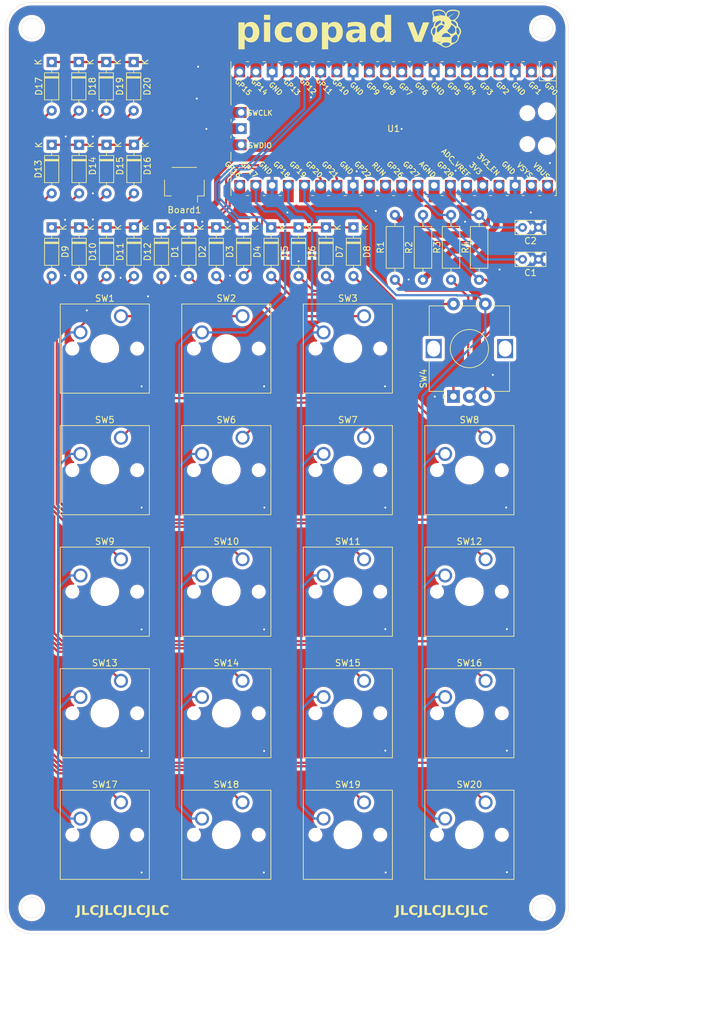
<source format=kicad_pcb>
(kicad_pcb (version 20221018) (generator pcbnew)
  (layers (0 "F.Cu" signal) (31 "B.Cu" signal) (34 "B.Paste" user) (35 "F.Paste" user) (36 "B.SilkS" user "B.Silkscreen") (37 "F.SilkS" user "F.Silkscreen") (38 "B.Mask" user) (39 "F.Mask" user) (44 "Edge.Cuts" user))
  (net 0 "")
  (net 1 "GND")
  (net 2 "+3.3V")
  (net 3 "E1")
  (net 4 "Net-(D1-A)")
  (net 5 "Net-(D2-A)")
  (net 6 "Net-(D3-A)")
  (net 7 "Net-(D4-A)")
  (net 8 "Net-(D5-A)")
  (net 9 "Net-(D6-A)")
  (net 10 "Net-(D7-A)")
  (net 11 "Net-(D8-A)")
  (net 12 "Net-(D9-A)")
  (net 13 "Net-(D10-A)")
  (net 14 "Net-(D11-A)")
  (net 15 "Net-(D12-A)")
  (net 16 "Net-(D13-A)")
  (net 17 "Net-(D14-A)")
  (net 18 "Net-(D15-A)")
  (net 19 "Net-(D16-A)")
  (net 20 "Net-(D17-A)")
  (net 21 "Net-(D18-A)")
  (net 22 "Net-(D19-A)")
  (net 23 "Net-(D20-A)")
  (net 24 "Net-(R1-Pad1)")
  (net 25 "GPIO4")
  (net 26 "GPIO5")
  (net 27 "GPIO6")
  (net 28 "GPIO9")
  (net 29 "GPIO8")
  (net 30 "GPIO20")
  (net 31 "GPIO21")
  (net 32 "GPIO0")
  (net 33 "GPIO1")
  (net 34 "GPIO2")
  (net 35 "GPIO22")
  (net 36 "GPIO26")
  (net 37 "GPIO27")
  (net 38 "GPIO28")
  (net 39 "Col1")
  (net 40 "Col2")
  (net 41 "Col3")
  (net 42 "Col4")
  (net 43 "GPIO10")
  (net 44 "GPIO3")
  (net 45 "GPIO11")
  (net 46 "GPIO7")
  (net 47 "GPIO13")
  (net 48 "GPIO14")
  (net 49 "GPIO15")
  (net 50 "Net-(R2-Pad2)")
  (footprint "Button_Switch_Keyboard:SW_Cherry_MX_1.00u_PCB" (layer "F.Cu") (at 114.215 117.005)
    (fp_text reference "SW12")
    (fp_text value "CherryMX")
  )
  (footprint "Button_Switch_Keyboard:SW_Cherry_MX_1.00u_PCB" (layer "F.Cu") (at 76.115 155.105)
    (fp_text reference "SW18")
    (fp_text value "CherryMX")
  )
  (footprint "Button_Switch_Keyboard:SW_Cherry_MX_1.00u_PCB" (layer "F.Cu") (at 95.165 117.005)
    (fp_text reference "SW11")
    (fp_text value "CherryMX")
  )
  (footprint "Diode_THT:D_DO-35_SOD27_P7.62mm_Horizontal" (layer "F.Cu") (at 67.7 65 -90)
    (fp_text reference "D2")
    (fp_text value "1N4148")
  )
  (footprint "Diode_THT:D_DO-35_SOD27_P7.62mm_Horizontal" (layer "F.Cu") (at 76.3 65 -90)
    (fp_text reference "D4")
    (fp_text value "1N4148")
  )
  (footprint "Diode_THT:D_DO-35_SOD27_P7.62mm_Horizontal" (layer "F.Cu") (at 93.5 65 -90)
    (fp_text reference "D8")
    (fp_text value "1N4148")
  )
  (footprint "Resistor_THT:R_Axial_DIN0207_L6.3mm_D2.5mm_P10.16mm_Horizontal" (layer "F.Cu") (at 113.2 63.04 -90)
    (fp_text reference "R4")
    (fp_text value "10k")
  )
  (footprint "Button_Switch_Keyboard:SW_Cherry_MX_1.00u_PCB" (layer "F.Cu") (at 76.115 117.005)
    (fp_text reference "SW10")
    (fp_text value "CherryMX")
  )
  (footprint "MCU_RaspberryPi_and_Boards:RPi_Pico_SMD_TH" (layer "F.Cu") (at 99.8 49.51 -90)
    (fp_text reference "U1")
    (fp_text value "Pico")
  )
  (footprint "Diode_THT:D_DO-35_SOD27_P7.62mm_Horizontal" (layer "F.Cu") (at 89.2 65 -90)
    (fp_text reference "D7")
    (fp_text value "1N4148")
  )
  (footprint "Diode_THT:D_DO-35_SOD27_P7.62mm_Horizontal" (layer "F.Cu") (at 59.1 65 -90)
    (fp_text reference "D12")
    (fp_text value "1N4148")
  )
  (footprint "Button_Switch_Keyboard:SW_Cherry_MX_1.00u_PCB" (layer "F.Cu") (at 57.065 78.905)
    (fp_text reference "SW1")
    (fp_text value "CherryMX")
  )
  (footprint "Diode_THT:D_DO-35_SOD27_P7.62mm_Horizontal" (layer "F.Cu") (at 46.2 65 -90)
    (fp_text reference "D9")
    (fp_text value "1N4148")
  )
  (footprint "Resistor_THT:R_Axial_DIN0207_L6.3mm_D2.5mm_P10.16mm_Horizontal" (layer "F.Cu") (at 108.8 63.04 -90)
    (fp_text reference "R3")
    (fp_text value "10k")
  )
  (footprint "Diode_THT:D_DO-35_SOD27_P7.62mm_Horizontal" (layer "F.Cu") (at 59.05 39.07 -90)
    (fp_text reference "D20")
    (fp_text value "1N4148")
  )
  (footprint "Diode_THT:D_DO-35_SOD27_P7.62mm_Horizontal" (layer "F.Cu") (at 84.9 65 -90)
    (fp_text reference "D6")
    (fp_text value "1N4148")
  )
  (footprint "Resistor_THT:R_Axial_DIN0207_L6.3mm_D2.5mm_P10.16mm_Horizontal" (layer "F.Cu") (at 104.4 73.2 90)
    (fp_text reference "R2")
    (fp_text value "10k")
  )
  (footprint "Connector_JST:JST_SH_SM04B-SRSS-TB_1x04-1MP_P1.00mm_Horizontal" (layer "F.Cu") (at 67 58.275 180)
    (fp_text reference "Board1")
    (fp_text value "SSD1306")
  )
  (footprint "Diode_THT:D_DO-35_SOD27_P7.62mm_Horizontal" (layer "F.Cu") (at 54.75 39.07 -90)
    (fp_text reference "D19")
    (fp_text value "1N4148")
  )
  (footprint "Button_Switch_Keyboard:SW_Cherry_MX_1.00u_PCB" (layer "F.Cu") (at 114.215 155.105)
    (fp_text reference "SW20")
    (fp_text value "CherryMX")
  )
  (footprint "Button_Switch_Keyboard:SW_Cherry_MX_1.00u_PCB" (layer "F.Cu") (at 95.165 97.955)
    (fp_text reference "SW7")
    (fp_text value "CherryMX")
  )
  (footprint "Diode_THT:D_DO-35_SOD27_P7.62mm_Horizontal" (layer "F.Cu") (at 54.8 52.04 -90)
    (fp_text reference "D15")
    (fp_text value "1N4148")
  )
  (footprint "Button_Switch_Keyboard:SW_Cherry_MX_1.00u_PCB" (layer "F.Cu") (at 95.165 155.105)
    (fp_text reference "SW19")
    (fp_text value "CherryMX")
  )
  (footprint "Diode_THT:D_DO-35_SOD27_P7.62mm_Horizontal" (layer "F.Cu") (at 50.45 39.07 -90)
    (fp_text reference "D18")
    (fp_text value "1N4148")
  )
  (footprint "Button_Switch_Keyboard:SW_Cherry_MX_1.00u_PCB" (layer "F.Cu") (at 57.065 136.055)
    (fp_text reference "SW13")
    (fp_text value "CherryMX")
  )
  (footprint "Button_Switch_Keyboard:SW_Cherry_MX_1.00u_PCB" (layer "F.Cu") (at 57.065 97.955)
    (fp_text reference "SW5")
    (fp_text value "CherryMX")
  )
  (footprint "Capacitor_THT:C_Rect_L4.6mm_W2.0mm_P2.50mm_MKS02_FKP02" (layer "F.Cu") (at 120 65)
    (fp_text reference "C2")
    (fp_text value "0.01µF?")
  )
  (footprint "Diode_THT:D_DO-35_SOD27_P7.62mm_Horizontal" (layer "F.Cu") (at 72 65 -90)
    (fp_text reference "D3")
    (fp_text value "1N4148")
  )
  (footprint "Button_Switch_Keyboard:SW_Cherry_MX_1.00u_PCB" (layer "F.Cu") (at 57.065 155.105)
    (fp_text reference "SW17")
    (fp_text value "CherryMX")
  )
  (footprint "Diode_THT:D_DO-35_SOD27_P7.62mm_Horizontal" (layer "F.Cu") (at 59.1 52.04 -90)
    (fp_text reference "D16")
    (fp_text value "1N4148")
  )
  (footprint "Button_Switch_Keyboard:SW_Cherry_MX_1.00u_PCB" (layer "F.Cu") (at 76.115 97.955)
    (fp_text reference "SW6")
    (fp_text value "CherryMX")
  )
  (footprint "Button_Switch_Keyboard:SW_Cherry_MX_1.00u_PCB" (layer "F.Cu") (at 114.215 136.055)
    (fp_text reference "SW16")
    (fp_text value "CherryMX")
  )
  (footprint "Diode_THT:D_DO-35_SOD27_P7.62mm_Horizontal" (layer "F.Cu") (at 50.5 52.04 -90)
    (fp_text reference "D14")
    (fp_text value "1N4148")
  )
  (footprint "Rotary_Encoder:RotaryEncoder_Alps_EC12E-Switch_Vertical_H20mm" (layer "F.Cu") (at 109.175 91.49 90)
    (fp_text reference "SW4")
    (fp_text value "RotaryEncoder_Switch")
  )
  (footprint "Diode_THT:D_DO-35_SOD27_P7.62mm_Horizontal" (layer "F.Cu") (at 46.2 39.07 -90)
    (fp_text reference "D17")
    (fp_text value "1N4148")
  )
  (footprint "Button_Switch_Keyboard:SW_Cherry_MX_1.00u_PCB" (layer "F.Cu") (at 95.165 136.055)
    (fp_text reference "SW15")
    (fp_text value "CherryMX")
  )
  (footprint "Button_Switch_Keyboard:SW_Cherry_MX_1.00u_PCB" (layer "F.Cu") (at 76.115 78.905)
    (fp_text reference "SW2")
    (fp_text value "CherryMX")
  )
  (footprint "Button_Switch_Keyboard:SW_Cherry_MX_1.00u_PCB" (layer "F.Cu") (at 114.215 97.955)
    (fp_text reference "SW8")
    (fp_text value "CherryMX")
  )
  (footprint "Button_Switch_Keyboard:SW_Cherry_MX_1.00u_PCB" (layer "F.Cu") (at 76.115 136.055)
    (fp_text reference "SW14")
    (fp_text value "CherryMX")
  )
  (footprint "Diode_THT:D_DO-35_SOD27_P7.62mm_Horizontal" (layer "F.Cu") (at 46.2 52.04 -90)
    (fp_text reference "D13")
    (fp_text value "1N4148")
  )
  (footprint "Diode_THT:D_DO-35_SOD27_P7.62mm_Horizontal" (layer "F.Cu") (at 54.8 65 -90)
    (fp_text reference "D11")
    (fp_text value "1N4148")
  )
  (footprint "Diode_THT:D_DO-35_SOD27_P7.62mm_Horizontal" (layer "F.Cu") (at 50.5 65 -90)
    (fp_text reference "D10")
    (fp_text value "1N4148")
  )
  (footprint "Button_Switch_Keyboard:SW_Cherry_MX_1.00u_PCB" (layer "F.Cu") (at 95.165 78.905)
    (fp_text reference "SW3")
    (fp_text value "CherryMX")
  )
  (footprint "LOGO" (layer "F.Cu") (at 108 33.8)
    (fp_text reference "G***" hide)
    (fp_text value "LOGO" hide)
  )
  (footprint "Capacitor_THT:C_Rect_L4.6mm_W2.0mm_P2.50mm_MKS02_FKP02" (layer "F.Cu") (at 120 70)
    (fp_text reference "C1")
    (fp_text value "0.01µF?")
  )
  (footprint "Button_Switch_Keyboard:SW_Cherry_MX_1.00u_PCB" (layer "F.Cu") (at 57.065 117.005)
    (fp_text reference "SW9")
    (fp_text value "CherryMX")
  )
  (footprint "Resistor_THT:R_Axial_DIN0207_L6.3mm_D2.5mm_P10.16mm_Horizontal" (layer "F.Cu") (at 100 73.2 90)
    (fp_text reference "R1")
    (fp_text value "10k")
  )
  (footprint "Diode_THT:D_DO-35_SOD27_P7.62mm_Horizontal" (layer "F.Cu") (at 80.6 65 -90)
    (fp_text reference "D5")
    (fp_text value "1N4148")
  )
  (footprint "Diode_THT:D_DO-35_SOD27_P7.62mm_Horizontal" (layer "F.Cu") (at 63.4 65 -90)
    (fp_text reference "D1")
    (fp_text value "1N4148")
  )
  (gr_arc (start 39 33.785) (mid 40.19354 30.90354) (end 43.075 29.71) (stroke (width 0.05)) (layer "Edge.Cuts"))
  (gr_circle (center 123.125 33.785) (end 124.725 33.785) (stroke (width 0.05)) (fill none) (layer "Edge.Cuts"))
  (gr_line (start 43.075 175.71) (end 123.125 175.71) (stroke (width 0.05)) (layer "Edge.Cuts"))
  (gr_line (start 39 171.635) (end 39 33.785) (stroke (width 0.05)) (layer "Edge.Cuts"))
  (gr_line (start 127.2 35.71) (end 127.2 33.785) (stroke (width 0.05)) (layer "Edge.Cuts"))
  (gr_circle (center 123.125 171.635) (end 124.725 171.635) (stroke (width 0.05)) (fill none) (layer "Edge.Cuts"))
  (gr_arc (start 127.2 171.635) (mid 126.00646 174.51646) (end 123.125 175.71) (stroke (width 0.05)) (layer "Edge.Cuts"))
  (gr_circle (center 43.075 33.785) (end 44.675 33.785) (stroke (width 0.05)) (fill none) (layer "Edge.Cuts"))
  (gr_arc (start 123.125 29.71) (mid 126.00646 30.90354) (end 127.2 33.785) (stroke (width 0.05)) (layer "Edge.Cuts"))
  (gr_line (start 127.2 171.635) (end 127.2 35.71) (stroke (width 0.05)) (layer "Edge.Cuts"))
  (gr_circle (center 43.075 171.635) (end 44.675 171.635) (stroke (width 0.05)) (fill none) (layer "Edge.Cuts"))
  (gr_line (start 43.075 29.71) (end 123.125 29.71) (stroke (width 0.05)) (layer "Edge.Cuts"))
  (gr_arc (start 43.075 175.71) (mid 40.19354 174.51646) (end 39 171.635) (stroke (width 0.05)) (layer "Edge.Cuts"))
  (gr_text "JLCJLCJLCJLC" (at 50 173) (layer "F.SilkS") (effects (font (size 1.5 1.5) (thickness 0.3) bold) (justify left bottom)))
  (gr_text "JLCJLCJLCJLC" (at 100 173) (layer "F.SilkS") (effects (font (size 1.5 1.5) (thickness 0.3) bold) (justify left bottom)))
  (gr_text "picopad v2" (at 75 36.6) (layer "F.SilkS") (effects (font (size 4 4) (thickness 0.2) bold) (justify left bottom)))
  (via (at 117.55 147) (size 0.6) (drill 0.3) (layers "F.Cu" "B.Cu") (net 1))
  (via (at 48.3 63.8) (size 0.6) (drill 0.3) (layers "F.Cu" "B.Cu") (net 1))
  (via (at 52.65 63.75) (size 0.6) (drill 0.3) (layers "F.Cu" "B.Cu") (net 1))
  (via (at 124.3 54.9) (size 0.6) (drill 0.3) (layers "F.Cu" "B.Cu") (net 1))
  (via (at 60.3 166.1) (size 0.6) (drill 0.3) (layers "F.Cu" "B.Cu") (net 1))
  (via (at 117.45 108.9) (size 0.6) (drill 0.3) (layers "F.Cu" "B.Cu") (net 1))
  (via (at 116.4 71.6) (size 0.6) (drill 0.3) (layers "F.Cu" "B.Cu") (net 1))
  (via (at 79.45 166.1) (size 0.6) (drill 0.3) (layers "F.Cu" "B.Cu") (net 1))
  (via (at 83.15 62.65) (size 0.6) (drill 0.3) (layers "F.Cu" "B.Cu") (net 1))
  (via (at 48.4 50.75) (size 0.6) (drill 0.3) (layers "F.Cu" "B.Cu") (net 1))
  (via (at 65.6 72.6) (size 0.6) (drill 0.3) (layers "F.Cu" "B.Cu") (net 1))
  (via (at 106.25 91.5) (size 0.6) (drill 0.3) (layers "F.Cu" "B.Cu") (net 1))
  (via (at 52.65 59.65) (size 0.6) (drill 0.3) (layers "F.Cu" "B.Cu") (net 1))
  (via (at 97 62.4) (size 0.6) (drill 0.3) (layers "F.Cu" "B.Cu") (net 1))
  (via (at 57 72.9) (size 0.6) (drill 0.3) (layers "F.Cu" "B.Cu") (net 1))
  (via (at 74.15 72.55) (size 0.6) (drill 0.3) (layers "F.Cu" "B.Cu") (net 1))
  (via (at 98.55 166.1) (size 0.6) (drill 0.3) (layers "F.Cu" "B.Cu") (net 1))
  (via (at 70.45 49.55) (size 0.6) (drill 0.3) (layers "F.Cu" "B.Cu") (net 1))
  (via (at 111 64.1) (size 0.6) (drill 0.3) (layers "F.Cu" "B.Cu") (net 1))
  (via (at 98.5 127.95) (size 0.6) (drill 0.3) (layers "F.Cu" "B.Cu") (net 1))
  (via (at 79.55 108.9) (size 0.6) (drill 0.3) (layers "F.Cu" "B.Cu") (net 1))
  (via (at 52.65 50.75) (size 0.6) (drill 0.3) (layers "F.Cu" "B.Cu") (net 1))
  (via (at 79.5 147.05) (size 0.6) (drill 0.3) (layers "F.Cu" "B.Cu") (net 1))
  (via (at 84.9 70.3) (size 0.6) (drill 0.3) (layers "F.Cu" "B.Cu") (net 1))
  (via (at 79.5 128) (size 0.6) (drill 0.3) (layers "F.Cu" "B.Cu") (net 1))
  (via (at 68.95 44.8) (size 0.6) (drill 0.3) (layers "F.Cu" "B.Cu") (net 1))
  (via (at 117.55 127.95) (size 0.6) (drill 0.3) (layers "F.Cu" "B.Cu") (net 1))
  (via (at 94 56.2) (size 0.6) (drill 0.3) (layers "F.Cu" "B.Cu") (net 1))
  (via (at 121.3 62.65) (size 0.6) (drill 0.3) (layers "F.Cu" "B.Cu") (net 1))
  (via (at 102.15 73.15) (size 0.6) (drill 0.3) (layers "F.Cu" "B.Cu") (net 1))
  (via (at 98.45 89.9) (size 0.6) (drill 0.3) (layers "F.Cu" "B.Cu") (net 1))
  (via (at 61.3 75.8) (size 0.6) (drill 0.3) (layers "F.Cu" "B.Cu") (net 1))
  (via (at 86.85 44.6) (size 0.6) (drill 0.3) (layers "F.Cu" "B.Cu") (net 1))
  (via (at 60.3 89.9) (size 0.6) (drill 0.3) (layers "F.Cu" "B.Cu") (net 1))
  (via (at 69.8 64.1) (size 0.6) (drill 0.3) (layers "F.Cu" "B.Cu") (net 1))
  (via (at 60.3 128) (size 0.6) (drill 0.3) (layers "F.Cu" "B.Cu") (net 1))
  (via (at 60.3 108.9) (size 0.6) (drill 0.3) (layers "F.Cu" "B.Cu") (net 1))
  (via (at 101.05 49.55) (size 0.6) (drill 0.3) (layers "F.Cu" "B.Cu") (net 1))
  (via (at 109.5 56.1) (size 0.6) (drill 0.3) (layers "F.Cu" "B.Cu") (net 1))
  (via (at 51.7 78) (size 0.6) (drill 0.3) (layers "F.Cu" "B.Cu") (net 1))
  (via (at 117.55 166.05) (size 0.6) (drill 0.3) (layers "F.Cu" "B.Cu") (net 1))
  (via (at 69.15 39.8) (size 0.6) (drill 0.3) (layers "F.Cu" "B.Cu") (net 1))
  (via (at 48.3 72.5) (size 0.6) (drill 0.3) (layers "F.Cu" "B.Cu") (net 1))
  (via (at 79.5 89.9) (size 0.6) (drill 0.3) (layers "F.Cu" "B.Cu") (net 1))
  (via (at 115.35 88.1) (size 0.6) (drill 0.3) (layers "F.Cu" "B.Cu") (net 1))
  (via (at 60.3 147.05) (size 0.6) (drill 0.3) (layers "F.Cu" "B.Cu") (net 1))
  (via (at 98.5 147) (size 0.6) (drill 0.3) (layers "F.Cu" "B.Cu") (net 1))
  (via (at 98.5 108.9) (size 0.6) (drill 0.3) (layers "F.Cu" "B.Cu") (net 1))
  (via (at 73.8 64.15) (size 0.6) (drill 0.3) (layers "F.Cu" "B.Cu") (net 1))
  (via (at 52.6 46.7) (size 0.6) (drill 0.3) (layers "F.Cu" "B.Cu") (net 1))
  (segment (start 72.15 56.55) (end 74.55 54.15) (width 1) (layer "F.Cu") (net 2))
  (segment (start 115.9 62.7) (end 115.9 64.8) (width 1) (layer "F.Cu") (net 2))
  (segment (start 115.9 64.8) (end 114.6 66.1) (width 1) (layer "F.Cu") (net 2))
  (segment (start 113.77 60.57) (end 115.9 62.7) (width 1) (layer "F.Cu") (net 2))
  (segment (start 109 68.6) (end 112.1 68.6) (width 1) (layer "F.Cu") (net 2))
  (segment (start 71.225 61.875) (end 72.15 60.95) (width 1) (layer "F.Cu") (net 2))
  (segment (start 67.6 61.85) (end 67.625 61.875) (width 1) (layer "F.Cu") (net 2))
  (segment (start 72.15 60.95) (end 72.15 56.55) (width 1) (layer "F.Cu") (net 2))
  (segment (start 110.08 54.15) (end 113.77 57.84) (width 1) (layer "F.Cu") (net 2))
  (segment (start 112.1 68.6) (end 114.6 66.1) (width 1) (layer "F.Cu") (net 2))
  (segment (start 113.77 57.84) (end 113.77 58.4) (width 1) (layer "F.Cu") (net 2))
  (segment (start 113.77 58.4) (end 113.77 60.57) (width 1) (layer "F.Cu") (net 2))
  (segment (start 114.6 66.1) (end 103.06 66.1) (width 1) (layer "F.Cu") (net 2))
  (segment (start 67.5 61.75) (end 67.6 61.85) (width 0.6) (layer "F.Cu") (net 2))
  (segment (start 104.4 73.2) (end 109 68.6) (width 1) (layer "F.Cu") (net 2))
  (segment (start 67.5 60.275) (end 67.5 61.75) (width 0.6) (layer "F.Cu") (net 2))
  (segment (start 103.06 66.1) (end 100 63.04) (width 1) (layer "F.Cu") (net 2))
  (segment (start 67.625 61.875) (end 71.225 61.875) (width 1) (layer "F.Cu") (net 2))
  (segment (start 74.55 54.15) (end 110.08 54.15) (width 1) (layer "F.Cu") (net 2))
  (segment (start 63.4 65) (end 76.3 65) (width 0.35) (layer "F.Cu") (net 3))
  (segment (start 76.85 55.35) (end 85.83 46.37) (width 0.35) (layer "B.Cu") (net 3))
  (segment (start 76.3 65) (end 71.9 60.599999) (width 0.35) (layer "B.Cu") (net 3))
  (segment (start 71.9 58) (end 74.550001 55.35) (width 0.35) (layer "B.Cu") (net 3))
  (segment (start 71.9 60.599999) (end 71.9 58) (width 0.35) (layer "B.Cu") (net 3))
  (segment (start 85.83 46.37) (end 85.83 40.62) (width 0.35) (layer "B.Cu") (net 3))
  (segment (start 74.550001 55.35) (end 76.85 55.35) (width 0.35) (layer "B.Cu") (net 3))
  (segment (start 57.065 78.905) (end 60.595 78.905) (width 0.35) (layer "F.Cu") (net 4))
  (segment (start 60.595 78.905) (end 63.4 76.1) (width 0.35) (layer "F.Cu") (net 4))
  (segment (start 63.4 76.1) (end 63.4 72.62) (width 0.35) (layer "F.Cu") (net 4))
  (segment (start 67.7 72.62) (end 73.985 78.905) (width 0.35) (layer "F.Cu") (net 5))
  (segment (start 73.985 78.905) (end 76.115 78.905) (width 0.35) (layer "F.Cu") (net 5))
  (segment (start 77.9 75.7) (end 81.105 78.905) (width 0.35) (layer "F.Cu") (net 6))
  (segment (start 72 72.62) (end 75.08 75.7) (width 0.35) (layer "F.Cu") (net 6))
  (segment (start 81.105 78.905) (end 95.165 78.905) (width 0.35) (layer "F.Cu") (net 6))
  (segment (start 75.08 75.7) (end 77.9 75.7) (width 0.35) (layer "F.Cu") (net 6))
  (segment (start 93.1 69.4) (end 100.69 76.99) (width 0.35) (layer "F.Cu") (net 7))
  (segment (start 100.69 76.99) (end 109.175 76.99) (width 0.35) (layer "F.Cu") (net 7))
  (segment (start 79.52 69.4) (end 93.1 69.4) (width 0.35) (layer "F.Cu") (net 7))
  (segment (start 76.3 72.62) (end 79.52 69.4) (width 0.35) (layer "F.Cu") (net 7))
  (segment (start 83.48 75.5) (end 80.6 72.62) (width 0.35) (layer "F.Cu") (net 8))
  (segment (start 96.066546 75.5) (end 83.48 75.5) (width 0.35) (layer "F.Cu") (net 8))
  (segment (start 98.55 91.75) (end 99.9 90.4) (width 0.35) (layer "F.Cu") (net 8))
  (segment (start 99.9 79.333454) (end 96.066546 75.5) (width 0.35) (layer "F.Cu") (net 8))
  (segment (start 63.27 91.75) (end 98.55 91.75) (width 0.35) (layer "F.Cu") (net 8))
  (segment (start 57.065 97.955) (end 63.27 91.75) (width 0.35) (layer "F.Cu") (net 8))
  (segment (start 99.9 90.4) (end 99.9 79.333454) (width 0.35) (layer "F.Cu") (net 8))
  (segment (start 87.23 74.95) (end 96.294364 74.95) (width 0.35) (layer "F.Cu") (net 9))
  (segment (start 100.5 90.577817) (end 98.627817 92.45) (width 0.35) (layer "F.Cu") (net 9))
  (segment (start 98.627817 92.45) (end 81.62 92.45) (width 0.35) (layer "F.Cu") (net 9))
  (segment (start 96.294364 74.95) (end 100.5 79.155636) (width 0.35) (layer "F.Cu") (net 9))
  (segment (start 84.9 72.62) (end 87.23 74.95) (width 0.35) (layer "F.Cu") (net 9))
  (segment (start 100.5 79.155636) (end 100.5 90.577817) (width 0.35) (layer "F.Cu") (net 9))
  (segment (start 81.62 92.45) (end 76.115 97.955) (width 0.35) (layer "F.Cu") (net 9))
  (segment (start 101.1 90.755635) (end 95.165 96.690635) (width 0.35) (layer "F.Cu") (net 10))
  (segment (start 90.98 74.4) (end 96.522182 74.4) (width 0.35) (layer "F.Cu") (net 10))
  (segment (start 96.522182 74.4) (end 101.1 78.977818) (width 0.35) (layer "F.Cu") (net 10))
  (segment (start 101.1 78.977818) (end 101.1 90.755635) (width 0.35) (layer "F.Cu") (net 10))
  (segment (start 89.2 72.62) (end 90.98 74.4) (width 0.35) (layer "F.Cu") (net 10))
  (segment (start 95.165 96.690635) (end 95.165 97.955) (width 0.35) (layer "F.Cu") (net 10))
  (segment (start 94.73 73.85) (end 96.75 73.85) (width 0.35) (layer "F.Cu") (net 11))
  (segment (start 101.65 90.85) (end 105.55 94.75) (width 0.35) (layer "F.Cu") (net 11))
  (segment (start 96.75 73.85) (end 101.65 78.75) (width 0.35) (layer "F.Cu") (net 11))
  (segment (start 101.65 78.75) (end 101.65 90.85) (width 0.35) (layer "F.Cu") (net 11))
  (segment (start 93.5 72.62) (end 94.73 73.85) (width 0.35) (layer "F.Cu") (net 11))
  (segment (start 111.01 94.75) (end 114.215 97.955) (width 0.35) (layer "F.Cu") (net 11))
  (segment (start 105.55 94.75) (end 111.01 94.75) (width 0.35) (layer "F.Cu") (net 11))
  (segment (start 45.9 72.92) (end 45.9 108.833454) (width 0.35) (layer "F.Cu") (net 12))
  (segment (start 46.2 72.62) (end 45.9 72.92) (width 0.35) (layer "F.Cu") (net 12))
  (segment (start 52.51 112.45) (end 57.065 117.005) (width 0.35) (layer "F.Cu") (net 12))
  (segment (start 49.516548 112.45) (end 52.51 112.45) (width 0.35) (layer "F.Cu") (net 12))
  (segment (start 45.9 108.833454) (end 49.516548 112.45) (width 0.35) (layer "F.Cu") (net 12))
  (segment (start 49.744365 111.9) (end 71.01 111.9) (width 0.35) (layer "F.Cu") (net 13))
  (segment (start 50.5 76.122182) (end 46.45 80.172183) (width 0.35) (layer "F.Cu") (net 13))
  (segment (start 46.45 108.605636) (end 49.744365 111.9) (width 0.35) (layer "F.Cu") (net 13))
  (segment (start 50.5 72.62) (end 50.5 76.122182) (width 0.35) (layer "F.Cu") (net 13))
  (segment (start 71.01 111.9) (end 76.115 117.005) (width 0.35) (layer "F.Cu") (net 13))
  (segment (start 46.45 80.172183) (end 46.45 108.605636) (width 0.35) (layer "F.Cu") (net 13))
  (segment (start 47 80.4) (end 47 108.377818) (width 0.35) (layer "F.Cu") (net 14))
  (segment (start 54.78 72.62) (end 47 80.4) (width 0.35) (layer "F.Cu") (net 14))
  (segment (start 47 108.377818) (end 49.972182 111.35) (width 0.35) (layer "F.Cu") (net 14))
  (segment (start 54.8 72.62) (end 54.78 72.62) (width 0.35) (layer "F.Cu") (net 14))
  (segment (start 89.51 111.35) (end 95.165 117.005) (width 0.35) (layer "F.Cu") (net 14))
  (segment (start 49.972182 111.35) (end 89.51 111.35) (width 0.35) (layer "F.Cu") (net 14))
  (segment (start 47.55 108.15) (end 47.55 80.627818) (width 0.35) (layer "F.Cu") (net 15))
  (segment (start 108.01 110.8) (end 50.2 110.8) (width 0.35) (layer "F.Cu") (net 15))
  (segment (start 114.215 117.005) (end 108.01 110.8) (width 0.35) (layer "F.Cu") (net 15))
  (segment (start 47.55 80.627818) (end 53.077818 75.1) (width 0.35) (layer "F.Cu") (net 15))
  (segment (start 56.62 75.1) (end 59.1 72.62) (width 0.35) (layer "F.Cu") (net 15))
  (segment (start 50.2 110.8) (end 47.55 108.15) (width 0.35) (layer "F.Cu") (net 15))
  (segment (start 53.077818 75.1) (end 56.62 75.1) (width 0.35) (layer "F.Cu") (net 15))
  (segment (start 43.7 109.744722) (end 43.7 75.083451) (width 0.35) (layer "F.Cu") (net 16))
  (segment (start 57.065 136.055) (end 52.51 131.5) (width 0.35) (layer "F.Cu") (net 16))
  (segment (start 43.7 75.083451) (end 42.95 74.333451) (width 0.35) (layer "F.Cu") (net 16))
  (segment (start 52.51 131.5) (end 47.166546 131.5) (width 0.35) (layer "F.Cu") (net 16))
  (segment (start 42.95 74.333451) (end 42.95 62.816546) (width 0.35) (layer "F.Cu") (net 16))
  (segment (start 46.106546 59.66) (end 46.2 59.66) (width 0.35) (layer "F.Cu") (net 16))
  (segment (start 42.95 62.816546) (end 46.106546 59.66) (width 0.35) (layer "F.Cu") (net 16))
  (segment (start 44.95 129.283451) (end 44.95 110.994724) (width 0.35) (layer "F.Cu") (net 16))
  (segment (start 44.95 110.994724) (end 43.7 109.744722) (width 0.35) (layer "F.Cu") (net 16))
  (segment (start 47.166546 131.5) (end 44.95 129.283451) (width 0.35) (layer "F.Cu") (net 16))
  (segment (start 43.5 74.105634) (end 43.5 63.044365) (width 0.35) (layer "F.Cu") (net 17))
  (segment (start 44.25 109.516905) (end 44.25 74.855634) (width 0.35) (layer "F.Cu") (net 17))
  (segment (start 45.5 129.055634) (end 45.5 110.766907) (width 0.35) (layer "F.Cu") (net 17))
  (segment (start 44.25 74.855634) (end 43.5 74.105634) (width 0.35) (layer "F.Cu") (net 17))
  (segment (start 71.01 130.95) (end 47.394364 130.95) (width 0.35) (layer "F.Cu") (net 17))
  (segment (start 76.115 136.055) (end 71.01 130.95) (width 0.35) (layer "F.Cu") (net 17))
  (segment (start 45.094365 61.45) (end 48.71 61.45) (width 0.35) (layer "F.Cu") (net 17))
  (segment (start 47.394364 130.95) (end 45.5 129.055634) (width 0.35) (layer "F.Cu") (net 17))
  (segment (start 43.5 63.044365) (end 45.094365 61.45) (width 0.35) (layer "F.Cu") (net 17))
  (segment (start 45.5 110.766907) (end 44.25 109.516905) (width 0.35) (layer "F.Cu") (net 17))
  (segment (start 48.71 61.45) (end 50.5 59.66) (width 0.35) (layer "F.Cu") (net 17))
  (segment (start 45.172182 62.15) (end 52.31 62.15) (width 0.35) (layer "F.Cu") (net 18))
  (segment (start 46.05 110.539089) (end 44.8 109.289088) (width 0.35) (layer "F.Cu") (net 18))
  (segment (start 47.622182 130.4) (end 46.05 128.827817) (width 0.35) (layer "F.Cu") (net 18))
  (segment (start 44.05 73.877817) (end 44.05 63.272182) (width 0.35) (layer "F.Cu") (net 18))
  (segment (start 44.05 63.272182) (end 45.172182 62.15) (width 0.35) (layer "F.Cu") (net 18))
  (segment (start 95.165 136.055) (end 89.51 130.4) (width 0.35) (layer "F.Cu") (net 18))
  (segment (start 46.05 128.827817) (end 46.05 110.539089) (width 0.35) (layer "F.Cu") (net 18))
  (segment (start 44.8 74.627817) (end 44.05 73.877817) (width 0.35) (layer "F.Cu") (net 18))
  (segment (start 44.8 109.289088) (end 44.8 74.627817) (width 0.35) (layer "F.Cu") (net 18))
  (segment (start 52.31 62.15) (end 54.8 59.66) (width 0.35) (layer "F.Cu") (net 18))
  (segment (start 89.51 130.4) (end 47.622182 130.4) (width 0.35) (layer "F.Cu") (net 18))
  (segment (start 46.6 128.6) (end 46.6 110.311271) (width 0.35) (layer "F.Cu") (net 19))
  (segment (start 45.25 62.85) (end 55.91 62.85) (width 0.35) (layer "F.Cu") (net 19))
  (segment (start 46.6 110.311271) (end 45.35 109.061271) (width 0.35) (layer "F.Cu") (net 19))
  (segment (start 44.6 63.5) (end 45.25 62.85) (width 0.35) (layer "F.Cu") (net 19))
  (segment (start 45.35 109.061271) (end 45.35 74.4) (width 0.35) (layer "F.Cu") (net 19))
  (segment (start 55.91 62.85) (end 59.1 59.66) (width 0.35) (layer "F.Cu") (net 19))
  (segment (start 114.215 136.055) (end 108.01 129.85) (width 0.35) (layer "F.Cu") (net 19))
  (segment (start 47.85 129.85) (end 46.6 128.6) (width 0.35) (layer "F.Cu") (net 19))
  (segment (start 108.01 129.85) (end 47.85 129.85) (width 0.35) (layer "F.Cu") (net 19))
  (segment (start 45.35 74.4) (end 44.6 73.65) (width 0.35) (layer "F.Cu") (net 19))
  (segment (start 44.6 73.65) (end 44.6 63.5) (width 0.35) (layer "F.Cu") (net 19))
  (segment (start 42.75 130.194719) (end 43.75 131.194723) (width 0.35) (layer "F.Cu") (net 20))
  (segment (start 43.75 131.194723) (end 43.75 147.183453) (width 0.35) (layer "F.Cu") (net 20))
  (segment (start 43.75 147.183453) (end 47.116547 150.55) (width 0.35) (layer "F.Cu") (net 20))
  (segment (start 40.75 75.24472) (end 41.5 75.994721) (width 0.35) (layer "F.Cu") (net 20))
  (segment (start 40.75 60.450001) (end 40.75 75.24472) (width 0.35) (layer "F.Cu") (net 20))
  (segment (start 41.5 110.65599) (end 42.75 111.905992) (width 0.35) (layer "F.Cu") (net 20))
  (segment (start 46.2 46.69) (end 46.126547 46.69) (width 0.35) (layer "F.Cu") (net 20))
  (segment (start 41.5 75.994721) (end 41.5 110.65599) (width 0.35) (layer "F.Cu") (net 20))
  (segment (start 42.65 58.55) (end 40.75 60.450001) (width 0.35) (layer "F.Cu") (net 20))
  (segment (start 42.65 50.166547) (end 42.65 58.55) (width 0.35) (layer "F.Cu") (net 20))
  (segment (start 47.116547 150.55) (end 52.51 150.55) (width 0.35) (layer "F.Cu") (net 20))
  (segment (start 52.51 150.55) (end 57.065 155.105) (width 0.35) (layer "F.Cu") (net 20))
  (segment (start 42.75 111.905992) (end 42.75 130.194719) (width 0.35) (layer "F.Cu") (net 20))
  (segment (start 46.126547 46.69) (end 42.65 50.166547) (width 0.35) (layer "F.Cu") (net 20))
  (segment (start 41.3 75.016903) (end 42.05 75.766904) (width 0.35) (layer "F.Cu") (net 21))
  (segment (start 43.2 58.777818) (end 41.3 60.677818) (width 0.35) (layer "F.Cu") (net 21))
  (segment (start 43.2 50.394364) (end 43.2 58.777818) (width 0.35) (layer "F.Cu") (net 21))
  (segment (start 43.3 111.678175) (end 43.3 129.966902) (width 0.35) (layer "F.Cu") (net 21))
  (segment (start 43.3 129.966902) (end 44.3 130.966905) (width 0.35) (layer "F.Cu") (net 21))
  (segment (start 44.3 130.966905) (end 44.3 146.955635) (width 0.35) (layer "F.Cu") (net 21))
  (segment (start 41.3 60.677818) (end 41.3 75.016903) (width 0.35) (layer "F.Cu") (net 21))
  (segment (start 70.91 150) (end 76.015 155.105) (width 0.35) (layer "F.Cu") (net 21))
  (segment (start 47.344364 150) (end 70.91 150) (width 0.35) (layer "F.Cu") (net 21))
  (segment (start 42.05 75.766904) (end 42.05 110.428173) (width 0.35) (layer "F.Cu") (net 21))
  (segment (start 44.3 146.955635) (end 47.344364 150) (width 0.35) (layer "F.Cu") (net 21))
  (segment (start 50.45 46.69) (end 48.54 48.6) (width 0.35) (layer "F.Cu") (net 21))
  (segment (start 42.05 110.428173) (end 43.3 111.678175) (width 0.35) (layer "F.Cu") (net 21))
  (segment (start 44.994364 48.6) (end 43.2 50.394364) (width 0.35) (layer "F.Cu") (net 21))
  (segment (start 48.54 48.6) (end 44.994364 48.6) (width 0.35) (layer "F.Cu") (net 21))
  (segment (start 52.14 49.3) (end 54.75 46.69) (width 0.35) (layer "F.Cu") (net 22))
  (segment (start 43.75 50.622182) (end 45.072182 49.3) (width 0.35) (layer "F.Cu") (net 22))
  (segment (start 41.85 74.789086) (end 41.85 60.905636) (width 0.35) (layer "F.Cu") (net 22))
  (segment (start 89.51 149.45) (end 47.572182 149.45) (width 0.35) (layer "F.Cu") (net 22))
  (segment (start 42.6 110.200356) (end 42.6 75.539087) (width 0.35) (layer "F.Cu") (net 22))
  (segment (start 44.85 146.727817) (end 44.85 130.739087) (width 0.35) (layer "F.Cu") (net 22))
  (segment (start 43.85 129.739085) (end 43.85 111.450358) (width 0.35) (layer "F.Cu") (net 22))
  (segment (start 45.072182 49.3) (end 52.14 49.3) (width 0.35) (layer "F.Cu") (net 22))
  (segment (start 47.572182 149.45) (end 44.85 146.727817) (width 0.35) (layer "F.Cu") (net 22))
  (segment (start 42.6 75.539087) (end 41.85 74.789086) (width 0.35) (layer "F.Cu") (net 22))
  (segment (start 43.85 111.450358) (end 42.6 110.200356) (width 0.35) (layer "F.Cu") (net 22))
  (segment (start 44.85 130.739087) (end 43.85 129.739085) (width 0.35) (layer "F.Cu") (net 22))
  (segment (start 95.165 155.105) (end 89.51 149.45) (width 0.35) (layer "F.Cu") (net 22))
  (segment (start 41.85 60.905636) (end 43.75 59.005636) (width 0.35) (layer "F.Cu") (net 22))
  (segment (start 43.75 59.005636) (end 43.75 50.622182) (width 0.35) (layer "F.Cu") (net 22))
  (segment (start 55.74 50) (end 45.15 50) (width 0.35) (layer "F.Cu") (net 23))
  (segment (start 44.4 129.511268) (end 45.4 130.511269) (width 0.35) (layer "F.Cu") (net 23))
  (segment (start 45.15 50) (end 44.3 50.85) (width 0.35) (layer "F.Cu") (net 23))
  (segment (start 45.4 130.511269) (end 45.4 146.5) (width 0.35) (layer "F.Cu") (net 23))
  (segment (start 43.15 109.972539) (end 44.4 111.222541) (width 0.35) (layer "F.Cu") (net 23))
  (segment (start 42.4 74.561269) (end 43.15 75.311269) (width 0.35) (layer "F.Cu") (net 23))
  (segment (start 59.05 46.69) (end 55.74 50) (width 0.35) (layer "F.Cu") (net 23))
  (segment (start 44.3 59.233454) (end 42.4 61.133454) (width 0.35) (layer "F.Cu") (net 23))
  (segment (start 44.3 50.85) (end 44.3 59.233454) (width 0.35) (layer "F.Cu") (net 23))
  (segment (start 47.8 148.9) (end 108.01 148.9) (width 0.35) (layer "F.Cu") (net 23))
  (segment (start 42.4 61.133454) (end 42.4 74.561269) (width 0.35) (layer "F.Cu") (net 23))
  (segment (start 45.4 146.5) (end 47.8 148.9) (width 0.35) (layer "F.Cu") (net 23))
  (segment (start 108.01 148.9) (end 114.36 155.25) (width 0.35) (layer "F.Cu") (net 23))
  (segment (start 44.4 111.222541) (end 44.4 129.511268) (width 0.35) (layer "F.Cu") (net 23))
  (segment (start 43.15 75.311269) (end 43.15 109.972539) (width 0.35) (layer "F.Cu") (net 23))
  (segment (start 110.5 74.9) (end 108.8 73.2) (width 0.35) (layer "F.Cu") (net 24))
  (segment (start 111.5 75.9) (end 110.5 74.9) (width 0.35) (layer "F.Cu") (net 24))
  (segment (start 100 73.2) (end 101.7 74.9) (width 0.35) (layer "F.Cu") (net 24))
  (segment (start 109.175 91.49) (end 109.175 89.925) (width 0.35) (layer "F.Cu") (net 24))
  (segment (start 101.7 74.9) (end 110.5 74.9) (width 0.35) (layer "F.Cu") (net 24))
  (segment (start 111.5 87.6) (end 111.5 75.9) (width 0.35) (layer "F.Cu") (net 24))
  (segment (start 109.175 89.925) (end 111.5 87.6) (width 0.35) (layer "F.Cu") (net 24))
  (segment (start 88.37 57.37) (end 86.8 55.8) (width 0.35) (layer "F.Cu") (net 30))
  (segment (start 66.322182 63.3) (end 64.55 61.527818) (width 0.35) (layer "F.Cu") (net 30))
  (segment (start 86.8 55.8) (end 75.82 55.8) (width 0.35) (layer "F.Cu") (net 30))
  (segment (start 74.1 57.52) (end 74.1 61.75) (width 0.35) (layer "F.Cu") (net 30))
  (segment (start 66.5 59.15) (end 66.5 60.275) (width 0.35) (layer "F.Cu") (net 30))
  (segment (start 75.82 55.8) (end 74.1 57.52) (width 0.35) (layer "F.Cu") (net 30))
  (segment (start 64.55 59.15) (end 64.8 58.9) (width 0.35) (layer "F.Cu") (net 30))
  (segment (start 88.37 58.4) (end 88.37 57.37) (width 0.35) (layer "F.Cu") (net 30))
  (segment (start 64.55 61.527818) (end 64.55 59.15) (width 0.35) (layer "F.Cu") (net 30))
  (segment (start 64.8 58.9) (end 66.25 58.9) (width 0.35) (layer "F.Cu") (net 30))
  (segment (start 72.549999 63.3) (end 66.322182 63.3) (width 0.35) (layer "F.Cu") (net 30))
  (segment (start 74.1 61.75) (end 72.549999 63.3) (width 0.35) (layer "F.Cu") (net 30))
  (segment (start 66.25 58.9) (end 66.5 59.15) (width 0.35) (layer "F.Cu") (net 30))
  (segment (start 90.91 58.4) (end 90.91 57.31) (width 0.35) (layer "F.Cu") (net 31))
  (segment (start 88.85 55.25) (end 75.592183 55.25) (width 0.35) (layer "F.Cu") (net 31))
  (segment (start 73.55 57.292183) (end 73.55 61.522182) (width 0.35) (layer "F.Cu") (net 31))
  (segment (start 72.322182 62.75) (end 66.55 62.75) (width 0.35) (layer "F.Cu") (net 31))
  (segment (start 75.592183 55.25) (end 73.55 57.292183) (width 0.35) (layer "F.Cu") (net 31))
  (segment (start 73.55 61.522182) (end 72.322182 62.75) (width 0.35) (layer "F.Cu") (net 31))
  (segment (start 65.5 61.7) (end 65.5 60.175) (width 0.35) (layer "F.Cu") (net 31))
  (segment (start 90.91 57.31) (end 88.85 55.25) (width 0.35) (layer "F.Cu") (net 31))
  (segment (start 66.55 62.75) (end 65.5 61.7) (width 0.35) (layer "F.Cu") (net 31))
  (segment (start 114.1 70) (end 120 70) (width 0.35) (layer "B.Cu") (net 37))
  (segment (start 106.94 63.04) (end 103.61 59.71) (width 0.35) (layer "B.Cu") (net 37))
  (segment (start 108.8 63.04) (end 108.8 64.7) (width 0.35) (layer "B.Cu") (net 37))
  (segment (start 108.8 64.7) (end 114.1 70) (width 0.35) (layer "B.Cu") (net 37))
  (segment (start 103.61 59.71) (end 103.61 58.4) (width 0.35) (layer "B.Cu") (net 37))
  (segment (start 108.8 63.04) (end 106.94 63.04) (width 0.35) (layer "B.Cu") (net 37))
  (segment (start 113.2 63.04) (end 112.04 63.04) (width 0.35) (layer "B.Cu") (net 38))
  (segment (start 115.16 65) (end 120 65) (width 0.35) (layer "B.Cu") (net 38))
  (segment (start 108.69 59.69) (end 108.69 58.4) (width 0.35) (layer "B.Cu") (net 38))
  (segment (start 112.04 63.04) (end 108.69 59.69) (width 0.35) (layer "B.Cu") (net 38))
  (segment (start 113.2 63.04) (end 115.16 65) (width 0.35) (layer "B.Cu") (net 38))
  (segment (start 58.5 76.2) (end 61.25 73.45) (width 0.35) (layer "F.Cu") (net 39))
  (segment (start 61.25 73.45) (end 61.25 71.45) (width 0.35) (layer "F.Cu") (net 39))
  (segment (start 50.715 81.445) (end 50.715 80.535) (width 0.35) (layer "F.Cu") (net 39))
  (segment (start 75.67 60.93) (end 75.67 58.4) (width 0.35) (layer "F.Cu") (net 39))
  (segment (start 63.8 68.9) (end 76.95 68.9) (width 0.35) (layer "F.Cu") (net 39))
  (segment (start 50.715 80.535) (end 55.05 76.2) (width 0.35) (layer "F.Cu") (net 39))
  (segment (start 76.95 68.9) (end 78.35 67.5) (width 0.35) (layer "F.Cu") (net 39))
  (segment (start 78.35 67.5) (end 78.35 63.61) (width 0.35) (layer "F.Cu") (net 39))
  (segment (start 78.35 63.61) (end 75.67 60.93) (width 0.35) (layer "F.Cu") (net 39))
  (segment (start 55.05 76.2) (end 58.5 76.2) (width 0.35) (layer "F.Cu") (net 39))
  (segment (start 61.25 71.45) (end 63.8 68.9) (width 0.35) (layer "F.Cu") (net 39))
  (segment (start 49.159366 119.545) (end 47.2 121.504366) (width 0.35) (layer "B.Cu") (net 39))
  (segment (start 47.2 83.404366) (end 47.2 105.1) (width 0.35) (layer "B.Cu") (net 39))
  (segment (start 47.2 124.2) (end 47.2 143) (width 0.35) (layer "B.Cu") (net 39))
  (segment (start 49.159366 100.495) (end 47.2 102.454366) (width 0.35) (layer "B.Cu") (net 39))
  (segment (start 50.715 81.445) (end 49.159366 81.445) (width 0.35) (layer "B.Cu") (net 39))
  (segment (start 47.2 105.1) (end 47.2 121.504366) (width 0.35) (layer "B.Cu") (net 39))
  (segment (start 49.159366 138.595) (end 47.2 140.554366) (width 0.35) (layer "B.Cu") (net 39))
  (segment (start 47.2 102.454366) (end 47.2 105.1) (width 0.35) (layer "B.Cu") (net 39))
  (segment (start 47.2 155.8) (end 49.045 157.645) (width 0.35) (layer "B.Cu") (net 39))
  (segment (start 49.045 157.645) (end 50.715 157.645) (width 0.35) (layer "B.Cu") (net 39))
  (segment (start 50.715 119.545) (end 49.159366 119.545) (width 0.35) (layer "B.Cu") (net 39))
  (segment (start 47.2 143) (end 47.2 155.8) (width 0.35) (layer "B.Cu") (net 39))
  (segment (start 50.715 100.495) (end 49.159366 100.495) (width 0.35) (layer "B.Cu") (net 39))
  (segment (start 50.715 138.595) (end 49.159366 138.595) (width 0.35) (layer "B.Cu") (net 39))
  (segment (start 47.2 140.554366) (end 47.2 143) (width 0.35) (layer "B.Cu") (net 39))
  (segment (start 49.159366 81.445) (end 47.2 83.404366) (width 0.35) (layer "B.Cu") (net 39))
  (segment (start 47.2 121.504366) (end 47.2 124.2) (width 0.35) (layer "B.Cu") (net 39))
  (segment (start 66.2 155.7) (end 68.145 157.645) (width 0.35) (layer "B.Cu") (net 40))
  (segment (start 69.765 138.595) (end 68.209366 138.595) (width 0.35) (layer "B.Cu") (net 40))
  (segment (start 66.2 121.554366) (end 66.2 124) (width 0.35) (layer "B.Cu") (net 40))
  (segment (start 68.209366 81.445) (end 66.2 83.454366) (width 0.35) (layer "B.Cu") (net 40))
  (segment (start 69.765 119.545) (end 68.209366 119.545) (width 0.35) (layer "B.Cu") (net 40))
  (segment (start 66.2 83.454366) (end 66.2 124) (width 0.35) (layer "B.Cu") (net 40))
  (segment (start 78.21 61.11) (end 79.6 62.5) (width 0.35) (layer "B.Cu") (net 40))
  (segment (start 68.145 157.645) (end 69.765 157.645) (width 0.35) (layer "B.Cu") (net 40))
  (segment (start 76.655 81.445) (end 69.765 81.445) (width 0.35) (layer "B.Cu") (net 40))
  (segment (start 82.8 75.3) (end 76.655 81.445) (width 0.35) (layer "B.Cu") (net 40))
  (segment (start 68.209366 100.495) (end 66.2 102.504366) (width 0.35) (layer "B.Cu") (net 40))
  (segment (start 81.3 62.5) (end 82.8 64) (width 0.35) (layer "B.Cu") (net 40))
  (segment (start 66.2 140.604366) (end 66.2 143.5) (width 0.35) (layer "B.Cu") (net 40))
  (segment (start 68.209366 119.545) (end 66.2 121.554366) (width 0.35) (layer "B.Cu") (net 40))
  (segment (start 78.21 58.4) (end 78.21 61.11) (width 0.35) (layer "B.Cu") (net 40))
  (segment (start 66.2 143.5) (end 66.2 155.7) (width 0.35) (layer "B.Cu") (net 40))
  (segment (start 82.8 64) (end 82.8 75.3) (width 0.35) (layer "B.Cu") (net 40))
  (segment (start 69.765 100.495) (end 68.209366 100.495) (width 0.35) (layer "B.Cu") (net 40))
  (segment (start 66.2 124) (end 66.2 143.5) (width 0.35) (layer "B.Cu") (net 40))
  (segment (start 79.6 62.5) (end 81.3 62.5) (width 0.35) (layer "B.Cu") (net 40))
  (segment (start 68.209366 138.595) (end 66.2 140.604366) (width 0.35) (layer "B.Cu") (net 40))
  (segment (start 69.765 81.445) (end 68.209366 81.445) (width 0.35) (layer "B.Cu") (net 40))
  (segment (start 88.815 100.495) (end 87.259366 100.495) (width 0.35) (layer "B.Cu") (net 41))
  (segment (start 87.259366 119.545) (end 85.3 121.504366) (width 0.35) (layer "B.Cu") (net 41))
  (segment (start 83.29 58.4) (end 83.29 61.09) (width 0.35) (layer "B.Cu") (net 41))
  (segment (start 87.345 157.645) (end 88.815 157.645) (width 0.35) (layer "B.Cu") (net 41))
  (segment (start 85.3 142.7) (end 85.3 155.6) (width 0.35) (layer "B.Cu") (net 41))
  (segment (start 85.75 62.5) (end 87 63.75) (width 0.35) (layer "B.Cu") (net 41))
  (segment (start 88.815 81.445) (end 87.259366 81.445) (width 0.35) (layer "B.Cu") (net 41))
  (segment (start 85.3 155.6) (end 87.345 157.645) (width 0.35) (layer "B.Cu") (net 41))
  (segment (start 87.259366 138.595) (end 85.3 140.554366) (width 0.35) (layer "B.Cu") (net 41))
  (segment (start 87.259366 100.495) (end 85.3 102.454366) (width 0.35) (layer "B.Cu") (net 41))
  (segment (start 85.3 83.404366) (end 85.3 104.5) (width 0.35) (layer "B.Cu") (net 41))
  (segment (start 85.3 104.5) (end 85.3 124) (width 0.35) (layer "B.Cu") (net 41))
  (segment (start 85.3 121.504366) (end 85.3 124) (width 0.35) (layer "B.Cu") (net 41))
  (segment (start 84.7 62.5) (end 85.75 62.5) (width 0.35) (layer "B.Cu") (net 41))
  (segment (start 85.3 124) (end 85.3 142.7) (width 0.35) (layer "B.Cu") (net 41))
  (segment (start 88.815 119.545) (end 87.259366 119.545) (width 0.35) (layer "B.Cu") (net 41))
  (segment (start 83.29 61.09) (end 84.7 62.5) (width 0.35) (layer "B.Cu") (net 41))
  (segment (start 87 79.63) (end 88.815 81.445) (width 0.35) (layer "B.Cu") (net 41))
  (segment (start 87 63.75) (end 87 79.63) (width 0.35) (layer "B.Cu") (net 41))
  (segment (start 85.3 102.454366) (end 85.3 104.5) (width 0.35) (layer "B.Cu") (net 41))
  (segment (start 85.3 140.554366) (end 85.3 142.7) (width 0.35) (layer "B.Cu") (net 41))
  (segment (start 88.815 138.595) (end 87.259366 138.595) (width 0.35) (layer "B.Cu") (net 41))
  (segment (start 87.259366 81.445) (end 85.3 83.404366) (width 0.35) (layer "B.Cu") (net 41))
  (segment (start 107.865 119.545) (end 106.309366 119.545) (width 0.35) (layer "B.Cu") (net 42))
  (segment (start 107.865 157.645) (end 106.345 157.645) (width 0.35) (layer "B.Cu") (net 42))
  (segment (start 109.779544 75.65) (end 109.744544 75.615) (width 0.35) (layer "B.Cu") (net 42))
  (segment (start 104.3 140.604366) (end 104.3 143.3) (width 0.35) (layer "B.Cu") (net 42))
  (segment (start 96.2 64.55) (end 94.15 62.5) (width 0.35) (layer "B.Cu") (net 42))
  (segment (start 112.835 75.65) (end 109.779544 75.65) (width 0.35) (layer "B.Cu") (net 42))
  (segment (start 94.15 62.5) (end 87.4 62.5) (width 0.35) (layer "B.Cu") (net 42))
  (segment (start 106.309366 100.495) (end 104.3 102.504366) (width 0.35) (layer "B.Cu") (net 42))
  (segment (start 106.345 157.645) (end 104.3 155.6) (width 0.35) (layer "B.Cu") (net 42))
  (segment (start 85.83 60.93) (end 85.83 58.4) (width 0.35) (layer "B.Cu") (net 42))
  (segment (start 114.175 76.99) (end 112.835 75.65) (width 0.35) (layer "B.Cu") (net 42))
  (segment (start 114.175 81.525) (end 114.175 76.99) (width 0.35) (layer "B.Cu") (net 42))
  (segment (start 109.744544 75.615) (end 100.215 75.615) (width 0.35) (layer "B.Cu") (net 42))
  (segment (start 104.3 143.3) (end 104.3 123.1) (width 0.35) (layer "B.Cu") (net 42))
  (segment (start 104.3 102.504366) (end 104.3 104.3) (width 0.35) (layer "B.Cu") (net 42))
  (segment (start 87.4 62.5) (end 85.83 60.93) (width 0.35) (layer "B.Cu") (net 42))
  (segment (start 107.865 100.495) (end 106.309366 100.495) (width 0.35) (layer "B.Cu") (net 42))
  (segment (start 104.3 123.1) (end 104.3 104.3) (width 0.35) (layer "B.Cu") (net 42))
  (segment (start 106.309366 119.545) (end 104.3 121.554366) (width 0.35) (layer "B.Cu") (net 42))
  (segment (start 104.3 155.6) (end 104.3 143.3) (width 0.35) (layer "B.Cu") (net 42))
  (segment (start 107.865 138.595) (end 106.309366 138.595) (width 0.35) (layer "B.Cu") (net 42))
  (segment (start 100.215 75.615) (end 96.2 71.6) (width 0.35) (layer "B.Cu") (net 42))
  (segment (start 104.3 104.3) (end 104.3 91.4) (width 0.35) (layer "B.Cu") (net 42))
  (segment (start 104.3 91.4) (end 114.175 81.525) (width 0.35) (layer "B.Cu") (net 42))
  (segment (start 106.309366 138.595) (end 104.3 140.604366) (width 0.35) (layer "B.Cu") (net 42))
  (segment (start 104.3 121.554366) (end 104.3 123.1) (width 0.35) (layer "B.Cu") (net 42))
  (segment (start 96.2 71.6) (end 96.2 64.55) (width 0.35) (layer "B.Cu") (net 42))
  (segment (start 80.6 65) (end 93.5 65) (width 0.35) (layer "F.Cu") (net 45))
  (segment (start 72.45 60.372182) (end 72.45 58.227818) (width 0.35) (layer "B.Cu") (net 45))
  (segment (start 77.077818 55.9) (end 88.3 44.677818) (width 0.35) (layer "B.Cu") (net 45))
  (segment (start 75.477818 63.4) (end 72.45 60.372182) (width 0.35) (layer "B.Cu") (net 45))
  (segment (start 74.777818 55.9) (end 77.077818 55.9) (width 0.35) (layer "B.Cu") (net 45))
  (segment (start 79 63.4) (end 75.477818 63.4) (width 0.35) (layer "B.Cu") (net 45))
  (segment (start 88.3 44.677818) (end 88.3 40.69) (width 0.35) (layer "B.Cu") (net 45))
  (segment (start 80.6 65) (end 79 63.4) (width 0.35) (layer "B.Cu") (net 45))
  (segment (start 72.45 58.227818) (end 74.777818 55.9) (width 0.35) (layer "B.Cu") (net 45))
  (segment (start 88.3 40.69) (end 88.37 40.62) (width 0.35) (layer "B.Cu") (net 45))
  (segment (start 61.5 54.95) (end 71.55 44.9) (width 0.35) (layer "F.Cu") (net 47))
  (segment (start 71.55 44.9) (end 79.01 44.9) (width 0.35) (layer "F.Cu") (net 47))
  (segment (start 46.2 65) (end 59.1 65) (width 0.35) (layer "F.Cu") (net 47))
  (segment (start 61.5 62.6) (end 61.5 54.95) (width 0.35) (layer "F.Cu") (net 47))
  (segment (start 79.01 44.9) (end 83.29 40.62) (width 0.35) (layer "F.Cu") (net 47))
  (segment (start 59.1 65) (end 61.5 62.6) (width 0.35) (layer "F.Cu") (net 47))
  (segment (start 75.73 43.1) (end 68 43.1) (width 0.35) (layer "F.Cu") (net 48))
  (segment (start 46.2 52.04) (end 59.1 52.04) (width 0.35) (layer "F.Cu") (net 48))
  (segment (start 68 43.1) (end 59.1 52) (width 0.35) (layer "F.Cu") (net 48))
  (segment (start 78.21 40.62) (end 75.73 43.1) (width 0.35) (layer "F.Cu") (net 48))
  (segment (start 59.1 52) (end 59.1 52.04) (width 0.35) (layer "F.Cu") (net 48))
  (segment (start 59.05 39.07) (end 60.82 39.07) (width 0.35) (layer "F.Cu") (net 49))
  (segment (start 60.82 39.07) (end 63.85 42.1) (width 0.35) (layer "F.Cu") (net 49))
  (segment (start 63.85 42.1) (end 74.19 42.1) (width 0.35) (layer "F.Cu") (net 49))
  (segment (start 46.2 39.07) (end 59.05 39.07) (width 0.35) (layer "F.Cu") (net 49))
  (segment (start 74.19 42.1) (end 75.67 40.62) (width 0.35) (layer "F.Cu") (net 49))
  (segment (start 114.175 82.025) (end 115.95 80.25) (width 0.35) (layer "F.Cu") (net 50))
  (segment (start 115.95 80.25) (end 115.95 74.9) (width 0.35) (layer "F.Cu") (net 50))
  (segment (start 114.175 91.49) (end 114.175 82.025) (width 0.35) (layer "F.Cu") (net 50))
  (segment (start 115.95 74.9) (end 114.25 73.2) (width 0.35) (layer "F.Cu") (net 50))
  (segment (start 114.25 73.2) (end 113.2 73.2) (width 0.35) (layer "F.Cu") (net 50))
  (segment (start 104.4 63.04) (end 104.4 64.4) (width 0.35) (layer "B.Cu") (net 50))
  (segment (start 104.4 64.4) (end 113.2 73.2) (width 0.35) (layer "B.Cu") (net 50))
  (zone (net 1) (net_name "GND") (layers "F&B.Cu") (connect_pads (clearance 0.5)) (min_thickness 0.25) (fill yes (thermal_gap 0.5) (thermal_bridge_width 0.5))
    (polygon (pts (xy 128.37 29.35) (xy 38.2 29.35) (xy 38.1 176.53) (xy 128.27 176.53)))
  )
)
</source>
